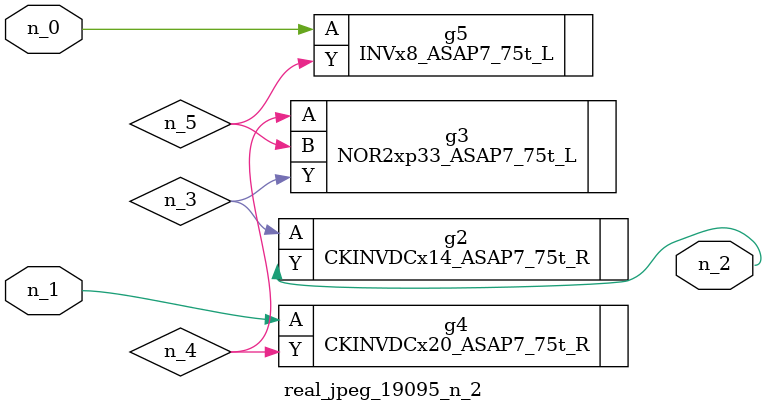
<source format=v>
module real_jpeg_19095_n_2 (n_1, n_0, n_2);

input n_1;
input n_0;

output n_2;

wire n_5;
wire n_4;
wire n_3;

INVx8_ASAP7_75t_L g5 ( 
.A(n_0),
.Y(n_5)
);

CKINVDCx20_ASAP7_75t_R g4 ( 
.A(n_1),
.Y(n_4)
);

CKINVDCx14_ASAP7_75t_R g2 ( 
.A(n_3),
.Y(n_2)
);

NOR2xp33_ASAP7_75t_L g3 ( 
.A(n_4),
.B(n_5),
.Y(n_3)
);


endmodule
</source>
